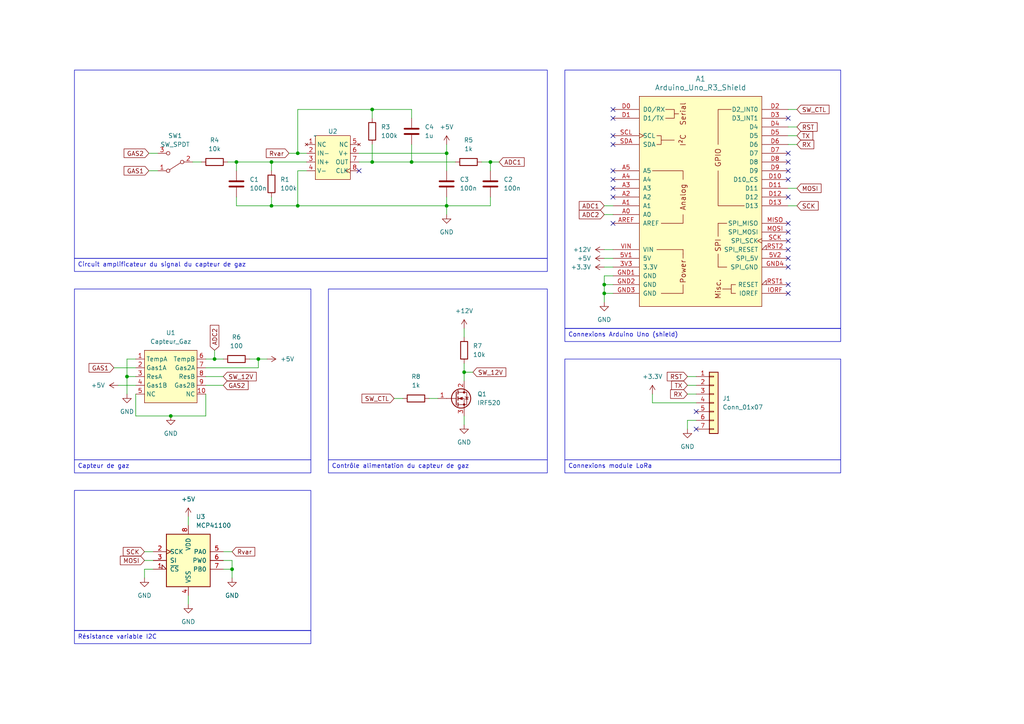
<source format=kicad_sch>
(kicad_sch (version 20230121) (generator eeschema)
  (paper "A4")
  (title_block (title "Shield Capteur de Gaz & LoRa") (date "2023-12-06") (rev "1.0") (company "INSA Toulouse") (comment 1 "Emily Holmes, Cyprien Heusse") (comment 2 "GEI - 5AE-ISS"))
  (lib_symbols
    (symbol "Connector_Generic:Conn_01x07" (pin_names (offset 1.016) hide)
      (property "Reference" "J" (at 0 10.16 0))
      (property "Value" "Conn_01x07" (at 0 -10.16 0))
      (symbol "Conn_01x07_1_1"
        (rectangle (start -1.27 -7.493) (end 0 -7.747) (stroke (width 0.1524)))
        (rectangle (start -1.27 -4.953) (end 0 -5.207) (stroke (width 0.1524)))
        (rectangle (start -1.27 -2.413) (end 0 -2.667) (stroke (width 0.1524)))
        (rectangle (start -1.27 0.127) (end 0 -0.127) (stroke (width 0.1524)))
        (rectangle (start -1.27 2.667) (end 0 2.413) (stroke (width 0.1524)))
        (rectangle (start -1.27 5.207) (end 0 4.953) (stroke (width 0.1524)))
        (rectangle (start -1.27 7.747) (end 0 7.493) (stroke (width 0.1524)))
        (rectangle (start -1.27 8.89) (end 1.27 -8.89) (stroke (width 0.254)) (fill (type background)))
        (pin passive line (at -5.08 7.62 0) (length 3.81) (name "Pin_1") (number "1"))
        (pin passive line (at -5.08 5.08 0) (length 3.81) (name "Pin_2") (number "2"))
        (pin passive line (at -5.08 2.54 0) (length 3.81) (name "Pin_3") (number "3"))
        (pin passive line (at -5.08 0 0) (length 3.81) (name "Pin_4") (number "4"))
        (pin passive line (at -5.08 -2.54 0) (length 3.81) (name "Pin_5") (number "5"))
        (pin passive line (at -5.08 -5.08 0) (length 3.81) (name "Pin_6") (number "6"))
        (pin passive line (at -5.08 -7.62 0) (length 3.81) (name "Pin_7") (number "7"))
      )
    )
    (symbol "Device:C" (pin_numbers hide) (pin_names (offset 0.254))
      (property "Reference" "C" (at 0.635 2.54 0))
      (property "Value" "C" (at 0.635 -2.54 0))
      (symbol "C_0_1"
        (polyline (pts (xy -2.032 -0.762) (xy 2.032 -0.762)) (stroke (width 0.508)))
        (polyline (pts (xy -2.032 0.762) (xy 2.032 0.762)) (stroke (width 0.508)))
      )
      (symbol "C_1_1"
        (pin passive line (at 0 3.81 270) (length 2.794) (name "~") (number "1"))
        (pin passive line (at 0 -3.81 90) (length 2.794) (name "~") (number "2"))
      )
    )
    (symbol "Device:R" (pin_numbers hide) (pin_names (offset 0))
      (property "Reference" "R" (at 2.032 0 90))
      (property "Value" "R" (at 0 0 90))
      (symbol "R_0_1"
        (rectangle (start -1.016 -2.54) (end 1.016 2.54) (stroke (width 0.254)))
      )
      (symbol "R_1_1"
        (pin passive line (at 0 3.81 270) (length 1.27) (name "~") (number "1"))
        (pin passive line (at 0 -3.81 90) (length 1.27) (name "~") (number "2"))
      )
    )
    (symbol "Gas:LTC1050"
      (property "Reference" "U" (at 5.08 1.27 0))
      (property "Footprint" "Package_DIP:DIP-8_W7.62mm" (at 5.08 -13.97 0))
      (symbol "LTC1050_1_1"
        (rectangle (start 0 0) (end 10.16 -12.7) (fill (type background)))
        (pin no_connect line (at -2.54 -2.54 0) (length 2.54) (name "NC") (number "1"))
        (pin input line (at -2.54 -5.08 0) (length 2.54) (name "IN-") (number "2"))
        (pin input line (at -2.54 -7.62 0) (length 2.54) (name "IN+") (number "3"))
        (pin power_in line (at -2.54 -10.16 0) (length 2.54) (name "V-") (number "4"))
        (pin no_connect line (at 12.7 -2.54 180) (length 2.54) (name "NC") (number "5"))
        (pin power_in line (at 12.7 -5.08 180) (length 2.54) (name "V+") (number "6"))
        (pin power_in line (at 12.7 -7.62 180) (length 2.54) (name "OUT") (number "7"))
        (pin input clock (at 12.7 -10.16 180) (length 2.54) (name "CLK") (number "8"))
      )
    )
    (symbol "Gas:gas_sensor"
      (property "Reference" "U" (at 7.62 1.27 0))
      (property "Footprint" "Package_TO_SOT_THT:TO-5-10" (at 7.62 -16.51 0))
      (symbol "gas_sensor_1_1"
        (rectangle (start 0 0) (end 15.24 -15.24) (fill (type background)))
        (pin output line (at -2.54 -2.54 0) (length 2.54) (name "TempA") (number "1"))
        (pin bidirectional line (at 17.78 -12.7 180) (length 2.54) (name "NC") (number "10"))
        (pin output line (at -2.54 -5.08 0) (length 2.54) (name "Gas1A") (number "2"))
        (pin input line (at -2.54 -7.62 0) (length 2.54) (name "ResA") (number "3"))
        (pin output line (at -2.54 -10.16 0) (length 2.54) (name "Gas1B") (number "4"))
        (pin bidirectional line (at -2.54 -12.7 0) (length 2.54) (name "NC") (number "5"))
        (pin output line (at 17.78 -2.54 180) (length 2.54) (name "TempB") (number "6"))
        (pin output line (at 17.78 -5.08 180) (length 2.54) (name "Gas2A") (number "7"))
        (pin input line (at 17.78 -7.62 180) (length 2.54) (name "ResB") (number "8"))
        (pin output line (at 17.78 -10.16 180) (length 2.54) (name "Gas2B") (number "9"))
      )
    )
    (symbol "PCM_arduino-library:Arduino_Uno_R3_Shield" (pin_names (offset 1.016))
      (property "Reference" "A" (at 0 36.83 0))
      (property "Value" "Arduino_Uno_R3_Shield" (at 0 33.02 0))
      (symbol "Arduino_Uno_R3_Shield_0_0"
        (rectangle (start -17.78 30.48) (end 17.78 -30.48) (fill (type background)))
        (rectangle (start -12.7 -13.97) (end -5.08 -13.97))
        (rectangle (start -11.43 -26.67) (end -5.08 -26.67))
        (polyline (pts (xy -11.43 17.78) (xy -7.62 17.78)))
        (polyline (pts (xy -7.62 25.4) (xy -6.35 25.4)))
        (polyline (pts (xy -5.08 -26.67) (xy -5.08 -24.13)))
        (polyline (pts (xy -5.08 -15.24) (xy -5.08 -16.51)))
        (polyline (pts (xy -5.08 -13.97) (xy -5.08 -15.24)))
        (polyline (pts (xy -5.08 -3.81) (xy -5.08 -6.35) (xy -11.43 -6.35)))
        (polyline (pts (xy -5.08 6.35) (xy -5.08 8.89) (xy -13.97 8.89)))
        (polyline (pts (xy 5.08 8.89) (xy 5.08 -1.27) (xy 12.7 -1.27)))
        (polyline (pts (xy 5.08 16.51) (xy 5.08 26.67) (xy 8.89 26.67)))
        (polyline (pts (xy -12.7 19.05) (xy -11.43 19.05) (xy -11.43 16.51) (xy -12.7 16.51)))
        (polyline (pts (xy -10.16 26.67) (xy -7.62 26.67) (xy -7.62 24.13) (xy -10.16 24.13)))
        (rectangle (start 5.08 -19.05) (end 5.08 -15.24))
        (rectangle (start 5.08 -19.05) (end 7.62 -19.05))
        (rectangle (start 5.08 -10.16) (end 5.08 -6.35))
        (rectangle (start 7.62 -6.35) (end 5.08 -6.35))
        (rectangle (start 8.89 -25.4) (end 6.35 -25.4))
        (rectangle (start 8.89 -24.13) (end 8.89 -26.67))
        (rectangle (start 10.16 -26.67) (end 8.89 -26.67))
        (rectangle (start 10.16 -24.13) (end 8.89 -24.13))
        (text "Analog" (at -5.08 1.27 900) (effects (font (size 1.524 1.524))))
        (text "I²C" (at -5.08 17.78 900) (effects (font (size 1.524 1.524))))
        (text "Misc." (at 5.08 -25.4 900) (effects (font (size 1.524 1.524))))
        (text "Power" (at -5.08 -20.32 900) (effects (font (size 1.524 1.524))))
        (text "Serial" (at -5.08 25.4 900) (effects (font (size 1.524 1.524))))
        (text "SPI" (at 5.08 -12.7 900) (effects (font (size 1.524 1.524))))
      )
      (symbol "Arduino_Uno_R3_Shield_1_0"
        (text "GPIO" (at 5.08 12.7 900) (effects (font (size 1.524 1.524))))
      )
      (symbol "Arduino_Uno_R3_Shield_1_1"
        (pin power_out line (at -25.4 -19.05 0) (length 7.62) (name "3.3V") (number "3V3"))
        (pin power_in line (at -25.4 -16.51 0) (length 7.62) (name "5V") (number "5V1"))
        (pin power_in line (at 25.4 -16.51 180) (length 7.62) (name "SPI_5V") (number "5V2"))
        (pin bidirectional line (at -25.4 -3.81 0) (length 7.62) (name "A0") (number "A0"))
        (pin bidirectional line (at -25.4 -1.27 0) (length 7.62) (name "A1") (number "A1"))
        (pin bidirectional line (at -25.4 1.27 0) (length 7.62) (name "A2") (number "A2"))
        (pin bidirectional line (at -25.4 3.81 0) (length 7.62) (name "A3") (number "A3"))
        (pin bidirectional line (at -25.4 6.35 0) (length 7.62) (name "A4") (number "A4"))
        (pin bidirectional line (at -25.4 8.89 0) (length 7.62) (name "A5") (number "A5"))
        (pin input line (at -25.4 -6.35 0) (length 7.62) (name "AREF") (number "AREF"))
        (pin bidirectional line (at -25.4 26.67 0) (length 7.62) (name "D0/RX") (number "D0"))
        (pin bidirectional line (at -25.4 24.13 0) (length 7.62) (name "D1/TX") (number "D1"))
        (pin bidirectional line (at 25.4 6.35 180) (length 7.62) (name "D10_CS") (number "D10"))
        (pin bidirectional line (at 25.4 3.81 180) (length 7.62) (name "D11") (number "D11"))
        (pin bidirectional line (at 25.4 1.27 180) (length 7.62) (name "D12") (number "D12"))
        (pin bidirectional line (at 25.4 -1.27 180) (length 7.62) (name "D13") (number "D13"))
        (pin bidirectional line (at 25.4 26.67 180) (length 7.62) (name "D2_INT0") (number "D2"))
        (pin bidirectional line (at 25.4 24.13 180) (length 7.62) (name "D3_INT1") (number "D3"))
        (pin bidirectional line (at 25.4 21.59 180) (length 7.62) (name "D4") (number "D4"))
        (pin bidirectional line (at 25.4 19.05 180) (length 7.62) (name "D5") (number "D5"))
        (pin bidirectional line (at 25.4 16.51 180) (length 7.62) (name "D6") (number "D6"))
        (pin bidirectional line (at 25.4 13.97 180) (length 7.62) (name "D7") (number "D7"))
        (pin bidirectional line (at 25.4 11.43 180) (length 7.62) (name "D8") (number "D8"))
        (pin bidirectional line (at 25.4 8.89 180) (length 7.62) (name "D9") (number "D9"))
        (pin power_in line (at -25.4 -21.59 0) (length 7.62) (name "GND") (number "GND1"))
        (pin power_in line (at -25.4 -24.13 0) (length 7.62) (name "GND") (number "GND2"))
        (pin power_in line (at -25.4 -26.67 0) (length 7.62) (name "GND") (number "GND3"))
        (pin power_in line (at 25.4 -19.05 180) (length 7.62) (name "SPI_GND") (number "GND4"))
        (pin output line (at 25.4 -26.67 180) (length 7.62) (name "IOREF") (number "IORF"))
        (pin input line (at 25.4 -6.35 180) (length 7.62) (name "SPI_MISO") (number "MISO"))
        (pin output line (at 25.4 -8.89 180) (length 7.62) (name "SPI_MOSI") (number "MOSI"))
        (pin open_collector input_low (at 25.4 -24.13 180) (length 7.62) (name "RESET") (number "RST1"))
        (pin open_collector input_low (at 25.4 -13.97 180) (length 7.62) (name "SPI_RESET") (number "RST2"))
        (pin output clock (at 25.4 -11.43 180) (length 7.62) (name "SPI_SCK") (number "SCK"))
        (pin bidirectional clock (at -25.4 19.05 0) (length 7.62) (name "SCL") (number "SCL"))
        (pin bidirectional line (at -25.4 16.51 0) (length 7.62) (name "SDA") (number "SDA"))
        (pin power_in line (at -25.4 -13.97 0) (length 7.62) (name "VIN") (number "VIN"))
      )
    )
    (symbol "Potentiometer_Digital:MCP41100" (pin_names (offset 1.016))
      (property "Reference" "U" (at -6.35 8.89 0))
      (property "Value" "MCP41100" (at 1.27 8.89 0))
      (symbol "MCP41100_0_1"
        (rectangle (start -6.35 7.62) (end 6.35 -7.62) (stroke (width 0.254)) (fill (type background)))
      )
      (symbol "MCP41100_1_1"
        (pin input input_low (at -10.16 -2.54 0) (length 3.81) (name "~{CS}") (number "1"))
        (pin passive clock (at -10.16 2.54 0) (length 3.81) (name "SCK") (number "2"))
        (pin input line (at -10.16 0 0) (length 3.81) (name "SI") (number "3"))
        (pin power_in line (at 0 -10.16 90) (length 2.54) (name "VSS") (number "4"))
        (pin passive line (at 10.16 2.54 180) (length 3.81) (name "PA0") (number "5"))
        (pin passive line (at 10.16 0 180) (length 3.81) (name "PW0") (number "6"))
        (pin passive line (at 10.16 -2.54 180) (length 3.81) (name "PB0") (number "7"))
        (pin power_in line (at 0 10.16 270) (length 2.54) (name "VDD") (number "8"))
      )
    )
    (symbol "Switch:SW_SPDT" (pin_names (offset 0) hide)
      (property "Reference" "SW" (at 0 4.318 0))
      (property "Value" "SW_SPDT" (at 0 -5.08 0))
      (symbol "SW_SPDT_0_0"
        (circle (center -2.032 0) (radius 0.508))
        (circle (center 2.032 -2.54) (radius 0.508))
      )
      (symbol "SW_SPDT_0_1"
        (polyline (pts (xy -1.524 0.254) (xy 1.651 2.286)))
        (circle (center 2.032 2.54) (radius 0.508))
      )
      (symbol "SW_SPDT_1_1"
        (pin passive line (at 5.08 2.54 180) (length 2.54) (name "A") (number "1"))
        (pin passive line (at -5.08 0 0) (length 2.54) (name "B") (number "2"))
        (pin passive line (at 5.08 -2.54 180) (length 2.54) (name "C") (number "3"))
      )
    )
    (symbol "Transistor_FET:IRF540N" (pin_names hide)
      (property "Reference" "Q" (at 6.35 1.905 0))
      (property "Value" "IRF540N" (at 6.35 0 0))
      (symbol "IRF540N_0_1"
        (polyline (pts (xy 0.254 0) (xy -2.54 0)))
        (polyline (pts (xy 0.254 1.905) (xy 0.254 -1.905)) (stroke (width 0.254)))
        (polyline (pts (xy 0.762 -1.27) (xy 0.762 -2.286)) (stroke (width 0.254)))
        (polyline (pts (xy 0.762 0.508) (xy 0.762 -0.508)) (stroke (width 0.254)))
        (polyline (pts (xy 0.762 2.286) (xy 0.762 1.27)) (stroke (width 0.254)))
        (polyline (pts (xy 2.54 2.54) (xy 2.54 1.778)))
        (polyline (pts (xy 2.54 -2.54) (xy 2.54 0) (xy 0.762 0)))
        (polyline (pts (xy 0.762 -1.778) (xy 3.302 -1.778) (xy 3.302 1.778) (xy 0.762 1.778)))
        (polyline (pts (xy 1.016 0) (xy 2.032 0.381) (xy 2.032 -0.381) (xy 1.016 0)) (fill (type outline)))
        (polyline (pts (xy 2.794 0.508) (xy 2.921 0.381) (xy 3.683 0.381) (xy 3.81 0.254)))
        (polyline (pts (xy 3.302 0.381) (xy 2.921 -0.254) (xy 3.683 -0.254) (xy 3.302 0.381)))
        (circle (center 1.651 0) (radius 2.794) (stroke (width 0.254)))
        (circle (center 2.54 -1.778) (radius 0.254) (fill (type outline)))
        (circle (center 2.54 1.778) (radius 0.254) (fill (type outline)))
      )
      (symbol "IRF540N_1_1"
        (pin input line (at -5.08 0 0) (length 2.54) (name "G") (number "1"))
        (pin passive line (at 2.54 5.08 270) (length 2.54) (name "D") (number "2"))
        (pin passive line (at 2.54 -5.08 90) (length 2.54) (name "S") (number "3"))
      )
    )
    (symbol "power:+12V" (power) (pin_names (offset 0))
      (property "Value" "+12V" (at 0 3.556 0))
      (symbol "+12V_0_1"
        (polyline (pts (xy -0.762 1.27) (xy 0 2.54)))
        (polyline (pts (xy 0 0) (xy 0 2.54)))
        (polyline (pts (xy 0 2.54) (xy 0.762 1.27)))
      )
      (symbol "+12V_1_1"
        (pin power_in line (at 0 0 90) (length 0) hide (name "+12V") (number "1"))
      )
    )
    (symbol "power:+3.3V" (power) (pin_names (offset 0))
      (property "Value" "+3.3V" (at 0 3.556 0))
      (symbol "+3.3V_0_1"
        (polyline (pts (xy -0.762 1.27) (xy 0 2.54)))
        (polyline (pts (xy 0 0) (xy 0 2.54)))
        (polyline (pts (xy 0 2.54) (xy 0.762 1.27)))
      )
      (symbol "+3.3V_1_1"
        (pin power_in line (at 0 0 90) (length 0) hide (name "+3.3V") (number "1"))
      )
    )
    (symbol "power:+5V" (power) (pin_names (offset 0))
      (property "Value" "+5V" (at 0 3.556 0))
      (symbol "+5V_0_1"
        (polyline (pts (xy -0.762 1.27) (xy 0 2.54)))
        (polyline (pts (xy 0 0) (xy 0 2.54)))
        (polyline (pts (xy 0 2.54) (xy 0.762 1.27)))
      )
      (symbol "+5V_1_1"
        (pin power_in line (at 0 0 90) (length 0) hide (name "+5V") (number "1"))
      )
    )
    (symbol "power:GND" (power) (pin_names (offset 0))
      (property "Value" "GND" (at 0 -3.81 0))
      (symbol "GND_0_1"
        (polyline (pts (xy 0 0) (xy 0 -1.27) (xy 1.27 -1.27) (xy 0 -2.54) (xy -1.27 -1.27) (xy 0 -1.27)))
      )
      (symbol "GND_1_1"
        (pin power_in line (at 0 0 270) (length 0) hide (name "GND") (number "1"))
      )
    )
  )
  (junction (at 74.93 104.14))
  (junction (at 49.53 120.65))
  (junction (at 107.95 46.99))
  (junction (at 36.83 109.22))
  (junction (at 119.38 46.99))
  (junction (at 175.26 85.09))
  (junction (at 67.31 165.1))
  (junction (at 68.58 46.99))
  (junction (at 62.23 104.14))
  (junction (at 129.54 44.45))
  (junction (at 78.74 46.99))
  (junction (at 134.62 107.95))
  (junction (at 107.95 31.75))
  (junction (at 142.24 46.99))
  (junction (at 78.74 59.69))
  (junction (at 86.36 59.69))
  (junction (at 129.54 59.69))
  (junction (at 86.36 44.45))
  (junction (at 175.26 82.55))
  (no_connect (at 228.6 64.77))
  (no_connect (at 228.6 85.09))
  (no_connect (at 228.6 67.31))
  (no_connect (at 177.8 41.91))
  (no_connect (at 177.8 31.75))
  (no_connect (at 228.6 46.99))
  (no_connect (at 177.8 64.77))
  (no_connect (at 228.6 72.39))
  (no_connect (at 228.6 69.85))
  (no_connect (at 201.93 119.38))
  (no_connect (at 201.93 124.46))
  (no_connect (at 228.6 82.55))
  (no_connect (at 177.8 57.15))
  (no_connect (at 177.8 49.53))
  (no_connect (at 104.14 49.53))
  (no_connect (at 228.6 49.53))
  (no_connect (at 228.6 57.15))
  (no_connect (at 228.6 77.47))
  (no_connect (at 228.6 44.45))
  (no_connect (at 177.8 52.07))
  (no_connect (at 228.6 34.29))
  (no_connect (at 177.8 39.37))
  (no_connect (at 177.8 34.29))
  (no_connect (at 228.6 52.07))
  (no_connect (at 177.8 54.61))
  (no_connect (at 228.6 74.93))
  (wire (pts (xy 41.91 165.1) (xy 41.91 167.64)))
  (wire (pts (xy 72.39 104.14) (xy 74.93 104.14)))
  (wire (pts (xy 228.6 54.61) (xy 231.14 54.61)))
  (wire (pts (xy 54.61 149.86) (xy 54.61 152.4)))
  (wire (pts (xy 139.7 46.99) (xy 142.24 46.99)))
  (wire (pts (xy 68.58 49.53) (xy 68.58 46.99)))
  (wire (pts (xy 134.62 107.95) (xy 134.62 110.49)))
  (wire (pts (xy 175.26 85.09) (xy 177.8 85.09)))
  (wire (pts (xy 86.36 49.53) (xy 86.36 59.69)))
  (wire (pts (xy 68.58 57.15) (xy 68.58 59.69)))
  (wire (pts (xy 189.23 116.84) (xy 201.93 116.84)))
  (wire (pts (xy 134.62 105.41) (xy 134.62 107.95)))
  (wire (pts (xy 129.54 41.91) (xy 129.54 44.45)))
  (wire (pts (xy 199.39 121.92) (xy 199.39 124.46)))
  (wire (pts (xy 129.54 57.15) (xy 129.54 59.69)))
  (wire (pts (xy 41.91 162.56) (xy 44.45 162.56)))
  (wire (pts (xy 36.83 104.14) (xy 39.37 104.14)))
  (wire (pts (xy 175.26 85.09) (xy 175.26 87.63)))
  (wire (pts (xy 55.88 46.99) (xy 58.42 46.99)))
  (wire (pts (xy 86.36 44.45) (xy 88.9 44.45)))
  (wire (pts (xy 68.58 59.69) (xy 78.74 59.69)))
  (wire (pts (xy 49.53 120.65) (xy 59.69 120.65)))
  (wire (pts (xy 175.26 77.47) (xy 177.8 77.47)))
  (wire (pts (xy 62.23 101.6) (xy 62.23 104.14)))
  (wire (pts (xy 107.95 46.99) (xy 119.38 46.99)))
  (wire (pts (xy 54.61 172.72) (xy 54.61 175.26)))
  (wire (pts (xy 129.54 59.69) (xy 142.24 59.69)))
  (wire (pts (xy 107.95 41.91) (xy 107.95 46.99)))
  (wire (pts (xy 43.18 49.53) (xy 45.72 49.53)))
  (wire (pts (xy 228.6 36.83) (xy 231.14 36.83)))
  (wire (pts (xy 59.69 111.76) (xy 64.77 111.76)))
  (wire (pts (xy 119.38 46.99) (xy 132.08 46.99)))
  (wire (pts (xy 228.6 41.91) (xy 231.14 41.91)))
  (wire (pts (xy 142.24 46.99) (xy 142.24 49.53)))
  (wire (pts (xy 129.54 44.45) (xy 129.54 49.53)))
  (wire (pts (xy 68.58 46.99) (xy 78.74 46.99)))
  (wire (pts (xy 36.83 114.3) (xy 36.83 109.22)))
  (wire (pts (xy 228.6 31.75) (xy 231.14 31.75)))
  (wire (pts (xy 62.23 104.14) (xy 64.77 104.14)))
  (wire (pts (xy 78.74 59.69) (xy 86.36 59.69)))
  (wire (pts (xy 177.8 80.01) (xy 175.26 80.01)))
  (wire (pts (xy 34.29 111.76) (xy 39.37 111.76)))
  (wire (pts (xy 142.24 59.69) (xy 142.24 57.15)))
  (wire (pts (xy 64.77 162.56) (xy 67.31 162.56)))
  (wire (pts (xy 142.24 46.99) (xy 144.78 46.99)))
  (wire (pts (xy 199.39 114.3) (xy 201.93 114.3)))
  (wire (pts (xy 39.37 114.3) (xy 39.37 120.65)))
  (wire (pts (xy 78.74 57.15) (xy 78.74 59.69)))
  (wire (pts (xy 41.91 160.02) (xy 44.45 160.02)))
  (wire (pts (xy 39.37 120.65) (xy 49.53 120.65)))
  (wire (pts (xy 104.14 44.45) (xy 129.54 44.45)))
  (wire (pts (xy 129.54 59.69) (xy 86.36 59.69)))
  (wire (pts (xy 59.69 109.22) (xy 64.77 109.22)))
  (wire (pts (xy 114.3 115.57) (xy 116.84 115.57)))
  (wire (pts (xy 104.14 46.99) (xy 107.95 46.99)))
  (wire (pts (xy 119.38 31.75) (xy 119.38 34.29)))
  (wire (pts (xy 41.91 165.1) (xy 44.45 165.1)))
  (wire (pts (xy 36.83 109.22) (xy 39.37 109.22)))
  (wire (pts (xy 59.69 106.68) (xy 74.93 106.68)))
  (wire (pts (xy 129.54 59.69) (xy 129.54 62.23)))
  (wire (pts (xy 59.69 104.14) (xy 62.23 104.14)))
  (wire (pts (xy 33.02 106.68) (xy 39.37 106.68)))
  (wire (pts (xy 134.62 107.95) (xy 137.16 107.95)))
  (wire (pts (xy 119.38 41.91) (xy 119.38 46.99)))
  (wire (pts (xy 88.9 49.53) (xy 86.36 49.53)))
  (wire (pts (xy 64.77 165.1) (xy 67.31 165.1)))
  (wire (pts (xy 66.04 46.99) (xy 68.58 46.99)))
  (wire (pts (xy 134.62 95.25) (xy 134.62 97.79)))
  (wire (pts (xy 107.95 31.75) (xy 119.38 31.75)))
  (wire (pts (xy 134.62 120.65) (xy 134.62 123.19)))
  (wire (pts (xy 78.74 46.99) (xy 78.74 49.53)))
  (wire (pts (xy 107.95 34.29) (xy 107.95 31.75)))
  (wire (pts (xy 228.6 59.69) (xy 231.14 59.69)))
  (wire (pts (xy 199.39 109.22) (xy 201.93 109.22)))
  (wire (pts (xy 228.6 39.37) (xy 231.14 39.37)))
  (wire (pts (xy 67.31 165.1) (xy 67.31 167.64)))
  (wire (pts (xy 124.46 115.57) (xy 127 115.57)))
  (wire (pts (xy 36.83 109.22) (xy 36.83 104.14)))
  (wire (pts (xy 175.26 62.23) (xy 177.8 62.23)))
  (wire (pts (xy 189.23 114.3) (xy 189.23 116.84)))
  (wire (pts (xy 74.93 104.14) (xy 74.93 106.68)))
  (wire (pts (xy 59.69 114.3) (xy 59.69 120.65)))
  (wire (pts (xy 175.26 82.55) (xy 177.8 82.55)))
  (wire (pts (xy 83.82 44.45) (xy 86.36 44.45)))
  (wire (pts (xy 64.77 160.02) (xy 67.31 160.02)))
  (wire (pts (xy 175.26 59.69) (xy 177.8 59.69)))
  (wire (pts (xy 175.26 72.39) (xy 177.8 72.39)))
  (wire (pts (xy 86.36 31.75) (xy 86.36 44.45)))
  (wire (pts (xy 175.26 74.93) (xy 177.8 74.93)))
  (wire (pts (xy 88.9 46.99) (xy 78.74 46.99)))
  (wire (pts (xy 74.93 104.14) (xy 77.47 104.14)))
  (wire (pts (xy 67.31 162.56) (xy 67.31 165.1)))
  (wire (pts (xy 43.18 44.45) (xy 45.72 44.45)))
  (wire (pts (xy 175.26 82.55) (xy 175.26 85.09)))
  (wire (pts (xy 86.36 31.75) (xy 107.95 31.75)))
  (wire (pts (xy 175.26 80.01) (xy 175.26 82.55)))
  (wire (pts (xy 201.93 121.92) (xy 199.39 121.92)))
  (wire (pts (xy 199.39 111.76) (xy 201.93 111.76)))
  (rectangle (start 163.83 104.14) (end 243.84 133.35))
  (rectangle (start 163.83 20.32) (end 243.84 95.25))
  (rectangle (start 21.59 83.82) (end 90.17 133.35))
  (rectangle (start 95.25 83.82) (end 158.75 133.35))
  (rectangle (start 21.59 20.32) (end 158.75 74.93))
  (rectangle (start 21.59 142.24) (end 90.17 182.88))
  (text_box "Capteur de gaz" (at 21.59 133.35 0) (size 68.58 3.81) (effects (font (size 1.27 1.27)) (justify left top)))
  (text_box "Connexions module LoRa" (at 163.83 133.35 0) (size 80.01 3.81) (effects (font (size 1.27 1.27)) (justify left top)))
  (text_box "Connexions Arduino Uno (shield)" (at 163.83 95.25 0) (size 80.01 3.81) (effects (font (size 1.27 1.27)) (justify left top)))
  (text_box "Circuit amplificateur du signal du capteur de gaz" (at 21.59 74.93 0) (size 137.16 3.81) (effects (font (size 1.27 1.27)) (justify left top)))
  (text_box "Résistance variable I2C" (at 21.59 182.88 0) (size 68.58 3.81) (effects (font (size 1.27 1.27)) (justify left top)))
  (text_box "Contrôle alimentation du capteur de gaz" (at 95.25 133.35 0) (size 63.5 3.81) (effects (font (size 1.27 1.27)) (justify left top)))
  (global_label "SW_12V" (shape input) (at 137.16 107.95 0) (property "Intersheetrefs" "${INTERSHEET_REFS}" (effects hide)))
  (global_label "RX" (shape input) (at 199.39 114.3 180) (property "Intersheetrefs" "${INTERSHEET_REFS}" (effects hide)))
  (global_label "ADC2" (shape input) (at 62.23 101.6 90) (property "Intersheetrefs" "${INTERSHEET_REFS}" (effects hide)))
  (global_label "RST" (shape input) (at 199.39 109.22 180) (property "Intersheetrefs" "${INTERSHEET_REFS}" (effects hide)))
  (global_label "SCK" (shape input) (at 41.91 160.02 180) (property "Intersheetrefs" "${INTERSHEET_REFS}" (effects hide)))
  (global_label "ADC2" (shape input) (at 175.26 62.23 180) (property "Intersheetrefs" "${INTERSHEET_REFS}" (effects hide)))
  (global_label "RX" (shape input) (at 231.14 41.91 0) (property "Intersheetrefs" "${INTERSHEET_REFS}" (effects hide)))
  (global_label "Rvar" (shape input) (at 67.31 160.02 0) (property "Intersheetrefs" "${INTERSHEET_REFS}" (effects hide)))
  (global_label "GAS1" (shape input) (at 33.02 106.68 180) (property "Intersheetrefs" "${INTERSHEET_REFS}" (effects hide)))
  (global_label "RST" (shape input) (at 231.14 36.83 0) (property "Intersheetrefs" "${INTERSHEET_REFS}" (effects hide)))
  (global_label "SW_12V" (shape input) (at 64.77 109.22 0) (property "Intersheetrefs" "${INTERSHEET_REFS}" (effects hide)))
  (global_label "MOSI" (shape input) (at 231.14 54.61 0) (property "Intersheetrefs" "${INTERSHEET_REFS}" (effects hide)))
  (global_label "GAS1" (shape input) (at 43.18 49.53 180) (property "Intersheetrefs" "${INTERSHEET_REFS}" (effects hide)))
  (global_label "MOSI" (shape input) (at 41.91 162.56 180) (property "Intersheetrefs" "${INTERSHEET_REFS}" (effects hide)))
  (global_label "TX" (shape input) (at 231.14 39.37 0) (property "Intersheetrefs" "${INTERSHEET_REFS}" (effects hide)))
  (global_label "ADC1" (shape input) (at 144.78 46.99 0) (property "Intersheetrefs" "${INTERSHEET_REFS}" (effects hide)))
  (global_label "SW_CTL" (shape input) (at 231.14 31.75 0) (property "Intersheetrefs" "${INTERSHEET_REFS}" (effects hide)))
  (global_label "ADC1" (shape input) (at 175.26 59.69 180) (property "Intersheetrefs" "${INTERSHEET_REFS}" (effects hide)))
  (global_label "SW_CTL" (shape input) (at 114.3 115.57 180) (property "Intersheetrefs" "${INTERSHEET_REFS}" (effects hide)))
  (global_label "GAS2" (shape input) (at 64.77 111.76 0) (property "Intersheetrefs" "${INTERSHEET_REFS}" (effects hide)))
  (global_label "SCK" (shape input) (at 231.14 59.69 0) (property "Intersheetrefs" "${INTERSHEET_REFS}" (effects hide)))
  (global_label "TX" (shape input) (at 199.39 111.76 180) (property "Intersheetrefs" "${INTERSHEET_REFS}" (effects hide)))
  (global_label "Rvar" (shape input) (at 83.82 44.45 180) (property "Intersheetrefs" "${INTERSHEET_REFS}" (effects hide)))
  (global_label "GAS2" (shape input) (at 43.18 44.45 180) (property "Intersheetrefs" "${INTERSHEET_REFS}" (effects hide)))
  (symbol (lib_id "Device:R") (at 62.23 46.99 90) (unit 1)
    (property "Reference" "R4" (at 62.23 40.64 90))
    (property "Value" "10k" (at 62.23 43.18 90))
    (property "Footprint" "Resistor_THT:R_Axial_DIN0207_L6.3mm_D2.5mm_P10.16mm_Horizontal" (effects hide))
  )
  (symbol (lib_id "Device:R") (at 120.65 115.57 90) (unit 1)
    (property "Reference" "R8" (at 120.65 109.22 90))
    (property "Value" "1k" (at 120.65 111.76 90))
    (property "Footprint" "Resistor_THT:R_Axial_DIN0207_L6.3mm_D2.5mm_P10.16mm_Horizontal" (effects hide))
  )
  (symbol (lib_id "Device:R") (at 107.95 38.1 0) (unit 1)
    (property "Reference" "R3" (at 110.49 36.83 0) (effects (justify left)))
    (property "Value" "100k" (at 110.49 39.37 0) (effects (justify left)))
    (property "Footprint" "Resistor_THT:R_Axial_DIN0207_L6.3mm_D2.5mm_P10.16mm_Horizontal" (effects hide))
  )
  (symbol (lib_id "power:+5V") (at 129.54 41.91 0) (unit 1)
    (property "Reference" "#PWR02" (effects hide))
    (property "Value" "+5V" (at 129.54 36.83 0))
  )
  (symbol (lib_id "power:+3.3V") (at 189.23 114.3 0) (unit 1)
    (property "Reference" "#PWR04" (effects hide))
    (property "Value" "+3.3V" (at 189.23 109.22 0))
  )
  (symbol (lib_id "Potentiometer_Digital:MCP41100") (at 54.61 162.56 0) (unit 1)
    (property "Reference" "U3" (at 56.8041 149.86 0) (effects (justify left)))
    (property "Value" "MCP41100" (at 56.8041 152.4 0) (effects (justify left)))
    (property "Footprint" "Package_DIP:DIP-8_W7.62mm" (effects hide))
    (property "Datasheet" "http://ww1.microchip.com/downloads/en/DeviceDoc/11195c.pdf" (effects hide))
  )
  (symbol (lib_id "Gas:LTC1050") (at 91.44 39.37 0) (unit 1)
    (property "Reference" "U2" (at 96.52 38.1 0))
    (property "Value" "~" (at 91.44 39.37 0))
    (property "Footprint" "Package_DIP:DIP-8_W7.62mm" (effects hide))
  )
  (symbol (lib_id "Device:R") (at 134.62 101.6 0) (unit 1)
    (property "Reference" "R7" (at 137.16 100.33 0) (effects (justify left)))
    (property "Value" "10k" (at 137.16 102.87 0) (effects (justify left)))
    (property "Footprint" "Resistor_THT:R_Axial_DIN0207_L6.3mm_D2.5mm_P10.16mm_Horizontal" (effects hide))
  )
  (symbol (lib_id "power:GND") (at 199.39 124.46 0) (unit 1)
    (property "Reference" "#PWR01" (effects hide))
    (property "Value" "GND" (at 199.39 129.54 0))
  )
  (symbol (lib_id "power:+12V") (at 134.62 95.25 0) (unit 1)
    (property "Reference" "#PWR015" (effects hide))
    (property "Value" "+12V" (at 134.62 90.17 0))
  )
  (symbol (lib_id "power:GND") (at 175.26 87.63 0) (unit 1)
    (property "Reference" "#PWR011" (effects hide))
    (property "Value" "GND" (at 175.26 92.71 0))
  )
  (symbol (lib_id "power:+5V") (at 54.61 149.86 0) (unit 1)
    (property "Reference" "#PWR08" (effects hide))
    (property "Value" "+5V" (at 54.61 144.78 0))
  )
  (symbol (lib_id "power:+3.3V") (at 175.26 77.47 90) (unit 1)
    (property "Reference" "#PWR05" (effects hide))
    (property "Value" "+3.3V" (at 171.45 77.47 90) (effects (justify left)))
  )
  (symbol (lib_id "Device:R") (at 68.58 104.14 90) (unit 1)
    (property "Reference" "R6" (at 68.58 97.79 90))
    (property "Value" "100" (at 68.58 100.33 90))
    (property "Footprint" "Resistor_THT:R_Axial_DIN0207_L6.3mm_D2.5mm_P10.16mm_Horizontal" (effects hide))
  )
  (symbol (lib_id "Device:C") (at 142.24 53.34 0) (unit 1)
    (property "Reference" "C2" (at 146.05 52.07 0) (effects (justify left)))
    (property "Value" "100n" (at 146.05 54.61 0) (effects (justify left)))
    (property "Footprint" "Capacitor_THT:C_Disc_D7.0mm_W2.5mm_P5.00mm" (effects hide))
  )
  (symbol (lib_id "power:GND") (at 36.83 114.3 0) (unit 1)
    (property "Reference" "#PWR013" (effects hide))
    (property "Value" "GND" (at 36.83 119.38 0))
  )
  (symbol (lib_id "power:GND") (at 67.31 167.64 0) (unit 1)
    (property "Reference" "#PWR017" (effects hide))
    (property "Value" "GND" (at 67.31 172.72 0))
  )
  (symbol (lib_id "power:+5V") (at 175.26 74.93 90) (unit 1)
    (property "Reference" "#PWR06" (effects hide))
    (property "Value" "+5V" (at 171.45 74.93 90) (effects (justify left)))
  )
  (symbol (lib_id "power:GND") (at 54.61 175.26 0) (unit 1)
    (property "Reference" "#PWR016" (effects hide))
    (property "Value" "GND" (at 54.61 180.34 0))
  )
  (symbol (lib_id "power:+12V") (at 175.26 72.39 90) (unit 1)
    (property "Reference" "#PWR07" (effects hide))
    (property "Value" "+12V" (at 171.45 72.39 90) (effects (justify left)))
  )
  (symbol (lib_id "Device:C") (at 119.38 38.1 0) (unit 1)
    (property "Reference" "C4" (at 123.19 36.83 0) (effects (justify left)))
    (property "Value" "1u" (at 123.19 39.37 0) (effects (justify left)))
    (property "Footprint" "Capacitor_THT:C_Disc_D7.0mm_W2.5mm_P5.00mm" (effects hide))
  )
  (symbol (lib_id "power:GND") (at 134.62 123.19 0) (unit 1)
    (property "Reference" "#PWR09" (effects hide))
    (property "Value" "GND" (at 134.62 128.27 0))
  )
  (symbol (lib_id "Device:C") (at 68.58 53.34 0) (unit 1)
    (property "Reference" "C1" (at 72.39 52.07 0) (effects (justify left)))
    (property "Value" "100n" (at 72.39 54.61 0) (effects (justify left)))
    (property "Footprint" "Capacitor_THT:C_Disc_D7.0mm_W2.5mm_P5.00mm" (effects hide))
  )
  (symbol (lib_id "Device:R") (at 135.89 46.99 90) (unit 1)
    (property "Reference" "R5" (at 135.89 40.64 90))
    (property "Value" "1k" (at 135.89 43.18 90))
    (property "Footprint" "Resistor_THT:R_Axial_DIN0207_L6.3mm_D2.5mm_P10.16mm_Horizontal" (effects hide))
  )
  (symbol (lib_id "power:GND") (at 129.54 62.23 0) (unit 1)
    (property "Reference" "#PWR03" (effects hide))
    (property "Value" "GND" (at 129.54 67.31 0))
  )
  (symbol (lib_id "Transistor_FET:IRF540N") (at 132.08 115.57 0) (unit 1)
    (property "Reference" "Q1" (at 138.43 114.3 0) (effects (justify left)))
    (property "Value" "IRF520" (at 138.43 116.84 0) (effects (justify left)))
    (property "Footprint" "Package_TO_SOT_THT:TO-220-3_Vertical" (effects hide))
    (property "Datasheet" "http://www.irf.com/product-info/datasheets/data/irf540n.pdf" (effects hide))
  )
  (symbol (lib_id "Device:R") (at 78.74 53.34 0) (unit 1)
    (property "Reference" "R1" (at 81.28 52.07 0) (effects (justify left)))
    (property "Value" "100k" (at 81.28 54.61 0) (effects (justify left)))
    (property "Footprint" "Resistor_THT:R_Axial_DIN0207_L6.3mm_D2.5mm_P10.16mm_Horizontal" (effects hide))
  )
  (symbol (lib_id "Gas:gas_sensor") (at 41.91 101.6 0) (unit 1)
    (property "Reference" "U1" (at 49.53 96.52 0))
    (property "Value" "Capteur_Gaz" (at 49.53 99.06 0))
    (property "Footprint" "Package_TO_SOT_THT:TO-5-10" (effects hide))
  )
  (symbol (lib_id "power:+5V") (at 77.47 104.14 270) (unit 1)
    (property "Reference" "#PWR012" (effects hide))
    (property "Value" "+5V" (at 81.28 104.14 90) (effects (justify left)))
  )
  (symbol (lib_id "Device:C") (at 129.54 53.34 0) (unit 1)
    (property "Reference" "C3" (at 133.35 52.07 0) (effects (justify left)))
    (property "Value" "100n" (at 133.35 54.61 0) (effects (justify left)))
    (property "Footprint" "Capacitor_THT:C_Disc_D7.0mm_W2.5mm_P5.00mm" (effects hide))
  )
  (symbol (lib_id "power:+5V") (at 34.29 111.76 90) (unit 1)
    (property "Reference" "#PWR010" (effects hide))
    (property "Value" "+5V" (at 30.48 111.76 90) (effects (justify left)))
  )
  (symbol (lib_id "Connector_Generic:Conn_01x07") (at 207.01 116.84 0) (unit 1)
    (property "Reference" "J1" (at 209.55 115.57 0) (effects (justify left)))
    (property "Value" "Conn_01x07" (at 209.55 118.11 0) (effects (justify left)))
    (property "Footprint" "Connector_PinHeader_2.54mm:PinHeader_1x07_P2.54mm_Vertical" (effects hide))
  )
  (symbol (lib_id "PCM_arduino-library:Arduino_Uno_R3_Shield") (at 203.2 58.42 0) (unit 1)
    (property "Reference" "A1" (at 203.2 22.86 0) (effects (font (size 1.524 1.524))))
    (property "Value" "Arduino_Uno_R3_Shield" (at 203.2 25.4 0) (effects (font (size 1.524 1.524))))
    (property "Footprint" "PCM_arduino-library:Arduino_Uno_R3_Shield" (effects hide))
    (property "Datasheet" "https://docs.arduino.cc/hardware/uno-rev3" (effects hide))
  )
  (symbol (lib_id "Switch:SW_SPDT") (at 50.8 46.99 180) (unit 1)
    (property "Reference" "SW1" (at 50.8 39.37 0))
    (property "Value" "SW_SPDT" (at 50.8 41.91 0))
    (property "Footprint" "Gas:SLW12768644AD" (effects hide))
  )
  (symbol (lib_id "power:GND") (at 49.53 120.65 0) (unit 1)
    (property "Reference" "#PWR014" (effects hide))
    (property "Value" "GND" (at 49.53 125.73 0))
  )
  (symbol (lib_id "power:GND") (at 41.91 167.64 0) (unit 1)
    (property "Reference" "#PWR018" (effects hide))
    (property "Value" "GND" (at 41.91 172.72 0))
  )
)
</source>
